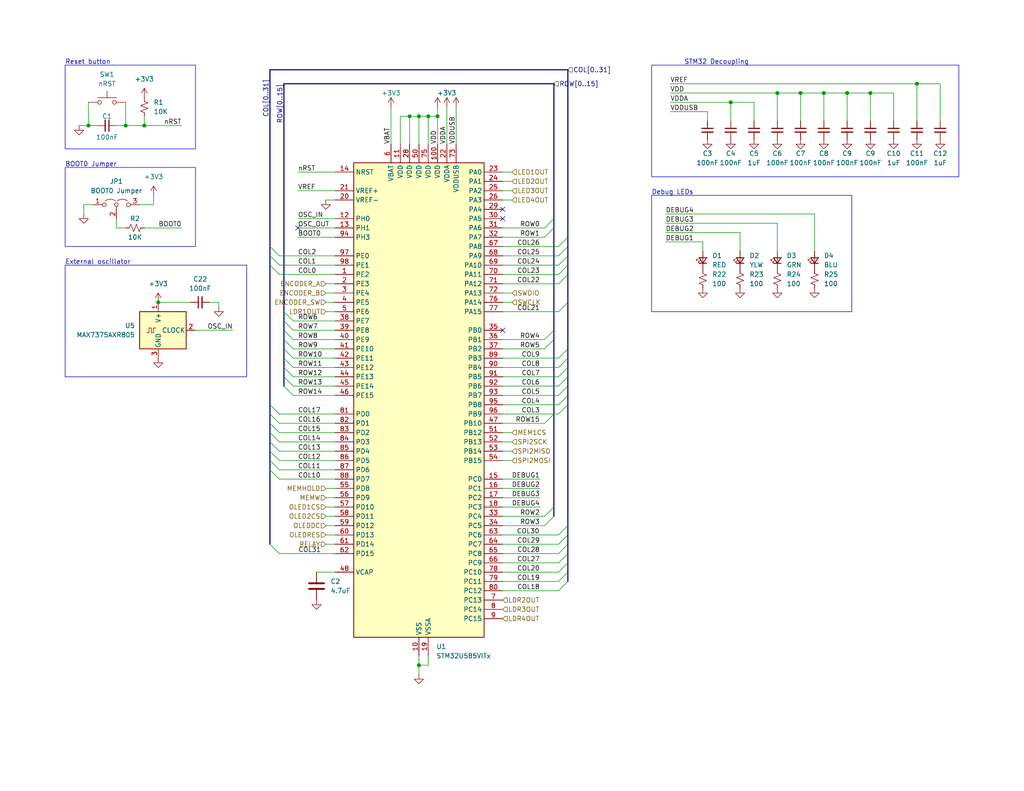
<source format=kicad_sch>
(kicad_sch (version 20230121) (generator eeschema)
  (paper "USLetter")
  (title_block (title "STM32") (date "2023-09-17") (rev "A") (company "ECE 477"))
  (lib_symbols
    (symbol "Device:C" (pin_numbers hide) (pin_names (offset 0.254))
      (property "Reference" "C" (at 0.635 2.54 0))
      (property "Value" "C" (at 0.635 -2.54 0))
      (symbol "C_0_1"
        (polyline (pts (xy -2.032 -0.762) (xy 2.032 -0.762)) (stroke (width 0.508)))
        (polyline (pts (xy -2.032 0.762) (xy 2.032 0.762)) (stroke (width 0.508)))
      )
      (symbol "C_1_1"
        (pin passive line (at 0 3.81 270) (length 2.794) (name "~") (number "1"))
        (pin passive line (at 0 -3.81 90) (length 2.794) (name "~") (number "2"))
      )
    )
    (symbol "Device:C_Small" (pin_numbers hide) (pin_names (offset 0.254) hide)
      (property "Reference" "C" (at 0.254 1.778 0))
      (property "Value" "C_Small" (at 0.254 -2.032 0))
      (symbol "C_Small_0_1"
        (polyline (pts (xy -1.524 -0.508) (xy 1.524 -0.508)) (stroke (width 0.3302)))
        (polyline (pts (xy -1.524 0.508) (xy 1.524 0.508)) (stroke (width 0.3048)))
      )
      (symbol "C_Small_1_1"
        (pin passive line (at 0 2.54 270) (length 2.032) (name "~") (number "1"))
        (pin passive line (at 0 -2.54 90) (length 2.032) (name "~") (number "2"))
      )
    )
    (symbol "Device:LED_Small" (pin_numbers hide) (pin_names (offset 0.254) hide)
      (property "Reference" "D" (at -1.27 3.175 0))
      (property "Value" "LED_Small" (at -4.445 -2.54 0))
      (symbol "LED_Small_0_1"
        (polyline (pts (xy -0.762 -1.016) (xy -0.762 1.016)) (stroke (width 0.254)))
        (polyline (pts (xy 1.016 0) (xy -0.762 0)))
        (polyline (pts (xy 0.762 -1.016) (xy -0.762 0) (xy 0.762 1.016) (xy 0.762 -1.016)) (stroke (width 0.254)))
        (polyline (pts (xy 0 0.762) (xy -0.508 1.27) (xy -0.254 1.27) (xy -0.508 1.27) (xy -0.508 1.016)))
        (polyline (pts (xy 0.508 1.27) (xy 0 1.778) (xy 0.254 1.778) (xy 0 1.778) (xy 0 1.524)))
      )
      (symbol "LED_Small_1_1"
        (pin passive line (at -2.54 0 0) (length 1.778) (name "K") (number "1"))
        (pin passive line (at 2.54 0 180) (length 1.778) (name "A") (number "2"))
      )
    )
    (symbol "Device:R_Small_US" (pin_numbers hide) (pin_names (offset 0.254) hide)
      (property "Reference" "R" (at 0.762 0.508 0))
      (property "Value" "R_Small_US" (at 0.762 -1.016 0))
      (symbol "R_Small_US_1_1"
        (polyline (pts (xy 0 0) (xy 1.016 -0.381) (xy 0 -0.762) (xy -1.016 -1.143) (xy 0 -1.524)))
        (polyline (pts (xy 0 1.524) (xy 1.016 1.143) (xy 0 0.762) (xy -1.016 0.381) (xy 0 0)))
        (pin passive line (at 0 2.54 270) (length 1.016) (name "~") (number "1"))
        (pin passive line (at 0 -2.54 90) (length 1.016) (name "~") (number "2"))
      )
    )
    (symbol "Jumper:Jumper_3_Open" (pin_names (offset 0) hide)
      (property "Reference" "JP" (at -2.54 -2.54 0))
      (property "Value" "Jumper_3_Open" (at 0 2.794 0))
      (symbol "Jumper_3_Open_0_0"
        (circle (center -3.302 0) (radius 0.508))
        (circle (center 0 0) (radius 0.508))
        (circle (center 3.302 0) (radius 0.508))
      )
      (symbol "Jumper_3_Open_0_1"
        (arc (start -0.254 1.016) (mid -1.651 1.4992) (end -3.048 1.016))
        (polyline (pts (xy 0 -0.508) (xy 0 -1.27)))
        (arc (start 3.048 1.016) (mid 1.651 1.4992) (end 0.254 1.016))
      )
      (symbol "Jumper_3_Open_1_1"
        (pin passive line (at -6.35 0 0) (length 2.54) (name "A") (number "1"))
        (pin passive line (at 0 -3.81 90) (length 2.54) (name "C") (number "2"))
        (pin passive line (at 6.35 0 180) (length 2.54) (name "B") (number "3"))
      )
    )
    (symbol "MCU_ST_STM32U5:STM32U585VITx"
      (property "Reference" "U" (at -17.78 67.31 0))
      (property "Value" "STM32U585VITx" (at 12.7 67.31 0))
      (symbol "STM32U585VITx_0_1"
        (rectangle (start -17.78 -63.5) (end 17.78 66.04) (stroke (width 0.254)) (fill (type background)))
      )
      (symbol "STM32U585VITx_1_1"
        (pin bidirectional line (at -22.86 35.56 0) (length 5.08) (name "PE2") (number "1"))
        (pin power_in line (at 0 -68.58 90) (length 5.08) (name "VSS") (number "10"))
        (pin power_in line (at 5.08 71.12 270) (length 5.08) (name "VDD") (number "100"))
        (pin power_in line (at -5.08 71.12 270) (length 5.08) (name "VDD") (number "11"))
        (pin bidirectional line (at -22.86 50.8 0) (length 5.08) (name "PH0") (number "12"))
        (pin bidirectional line (at -22.86 48.26 0) (length 5.08) (name "PH1") (number "13"))
        (pin input line (at -22.86 63.5 0) (length 5.08) (name "NRST") (number "14"))
        (pin bidirectional line (at 22.86 -20.32 180) (length 5.08) (name "PC0") (number "15"))
        (pin bidirectional line (at 22.86 -22.86 180) (length 5.08) (name "PC1") (number "16"))
        (pin bidirectional line (at 22.86 -25.4 180) (length 5.08) (name "PC2") (number "17"))
        (pin bidirectional line (at 22.86 -27.94 180) (length 5.08) (name "PC3") (number "18"))
        (pin power_in line (at 2.54 -68.58 90) (length 5.08) (name "VSSA") (number "19"))
        (pin bidirectional line (at -22.86 33.02 0) (length 5.08) (name "PE3") (number "2"))
        (pin input line (at -22.86 55.88 0) (length 5.08) (name "VREF-") (number "20"))
        (pin input line (at -22.86 58.42 0) (length 5.08) (name "VREF+") (number "21"))
        (pin power_in line (at 7.62 71.12 270) (length 5.08) (name "VDDA") (number "22"))
        (pin bidirectional line (at 22.86 63.5 180) (length 5.08) (name "PA0") (number "23"))
        (pin bidirectional line (at 22.86 60.96 180) (length 5.08) (name "PA1") (number "24"))
        (pin bidirectional line (at 22.86 58.42 180) (length 5.08) (name "PA2") (number "25"))
        (pin bidirectional line (at 22.86 55.88 180) (length 5.08) (name "PA3") (number "26"))
        (pin passive line (at 0 -68.58 90) (length 5.08) hide (name "VSS") (number "27"))
        (pin power_in line (at -2.54 71.12 270) (length 5.08) (name "VDD") (number "28"))
        (pin bidirectional line (at 22.86 53.34 180) (length 5.08) (name "PA4") (number "29"))
        (pin bidirectional line (at -22.86 30.48 0) (length 5.08) (name "PE4") (number "3"))
        (pin bidirectional line (at 22.86 50.8 180) (length 5.08) (name "PA5") (number "30"))
        (pin bidirectional line (at 22.86 48.26 180) (length 5.08) (name "PA6") (number "31"))
        (pin bidirectional line (at 22.86 45.72 180) (length 5.08) (name "PA7") (number "32"))
        (pin bidirectional line (at 22.86 -30.48 180) (length 5.08) (name "PC4") (number "33"))
        (pin bidirectional line (at 22.86 -33.02 180) (length 5.08) (name "PC5") (number "34"))
        (pin bidirectional line (at 22.86 20.32 180) (length 5.08) (name "PB0") (number "35"))
        (pin bidirectional line (at 22.86 17.78 180) (length 5.08) (name "PB1") (number "36"))
        (pin bidirectional line (at 22.86 15.24 180) (length 5.08) (name "PB2") (number "37"))
        (pin bidirectional line (at -22.86 22.86 0) (length 5.08) (name "PE7") (number "38"))
        (pin bidirectional line (at -22.86 20.32 0) (length 5.08) (name "PE8") (number "39"))
        (pin bidirectional line (at -22.86 27.94 0) (length 5.08) (name "PE5") (number "4"))
        (pin bidirectional line (at -22.86 17.78 0) (length 5.08) (name "PE9") (number "40"))
        (pin bidirectional line (at -22.86 15.24 0) (length 5.08) (name "PE10") (number "41"))
        (pin bidirectional line (at -22.86 12.7 0) (length 5.08) (name "PE11") (number "42"))
        (pin bidirectional line (at -22.86 10.16 0) (length 5.08) (name "PE12") (number "43"))
        (pin bidirectional line (at -22.86 7.62 0) (length 5.08) (name "PE13") (number "44"))
        (pin bidirectional line (at -22.86 5.08 0) (length 5.08) (name "PE14") (number "45"))
        (pin bidirectional line (at -22.86 2.54 0) (length 5.08) (name "PE15") (number "46"))
        (pin bidirectional line (at 22.86 -5.08 180) (length 5.08) (name "PB10") (number "47"))
        (pin power_out line (at -22.86 -45.72 0) (length 5.08) (name "VCAP") (number "48"))
        (pin passive line (at 0 -68.58 90) (length 5.08) hide (name "VSS") (number "49"))
        (pin bidirectional line (at -22.86 25.4 0) (length 5.08) (name "PE6") (number "5"))
        (pin power_in line (at 0 71.12 270) (length 5.08) (name "VDD") (number "50"))
        (pin bidirectional line (at 22.86 -7.62 180) (length 5.08) (name "PB12") (number "51"))
        (pin bidirectional line (at 22.86 -10.16 180) (length 5.08) (name "PB13") (number "52"))
        (pin bidirectional line (at 22.86 -12.7 180) (length 5.08) (name "PB14") (number "53"))
        (pin bidirectional line (at 22.86 -15.24 180) (length 5.08) (name "PB15") (number "54"))
        (pin bidirectional line (at -22.86 -22.86 0) (length 5.08) (name "PD8") (number "55"))
        (pin bidirectional line (at -22.86 -25.4 0) (length 5.08) (name "PD9") (number "56"))
        (pin bidirectional line (at -22.86 -27.94 0) (length 5.08) (name "PD10") (number "57"))
        (pin bidirectional line (at -22.86 -30.48 0) (length 5.08) (name "PD11") (number "58"))
        (pin bidirectional line (at -22.86 -33.02 0) (length 5.08) (name "PD12") (number "59"))
        (pin power_in line (at -7.62 71.12 270) (length 5.08) (name "VBAT") (number "6"))
        (pin bidirectional line (at -22.86 -35.56 0) (length 5.08) (name "PD13") (number "60"))
        (pin bidirectional line (at -22.86 -38.1 0) (length 5.08) (name "PD14") (number "61"))
        (pin bidirectional line (at -22.86 -40.64 0) (length 5.08) (name "PD15") (number "62"))
        (pin bidirectional line (at 22.86 -35.56 180) (length 5.08) (name "PC6") (number "63"))
        (pin bidirectional line (at 22.86 -38.1 180) (length 5.08) (name "PC7") (number "64"))
        (pin bidirectional line (at 22.86 -40.64 180) (length 5.08) (name "PC8") (number "65"))
        (pin bidirectional line (at 22.86 -43.18 180) (length 5.08) (name "PC9") (number "66"))
        (pin bidirectional line (at 22.86 43.18 180) (length 5.08) (name "PA8") (number "67"))
        (pin bidirectional line (at 22.86 40.64 180) (length 5.08) (name "PA9") (number "68"))
        (pin bidirectional line (at 22.86 38.1 180) (length 5.08) (name "PA10") (number "69"))
        (pin bidirectional line (at 22.86 -53.34 180) (length 5.08) (name "PC13") (number "7"))
        (pin bidirectional line (at 22.86 35.56 180) (length 5.08) (name "PA11") (number "70"))
        (pin bidirectional line (at 22.86 33.02 180) (length 5.08) (name "PA12") (number "71"))
        (pin bidirectional line (at 22.86 30.48 180) (length 5.08) (name "PA13") (number "72"))
        (pin power_in line (at 10.16 71.12 270) (length 5.08) (name "VDDUSB") (number "73"))
        (pin passive line (at 0 -68.58 90) (length 5.08) hide (name "VSS") (number "74"))
        (pin power_in line (at 2.54 71.12 270) (length 5.08) (name "VDD") (number "75"))
        (pin bidirectional line (at 22.86 27.94 180) (length 5.08) (name "PA14") (number "76"))
        (pin bidirectional line (at 22.86 25.4 180) (length 5.08) (name "PA15") (number "77"))
        (pin bidirectional line (at 22.86 -45.72 180) (length 5.08) (name "PC10") (number "78"))
        (pin bidirectional line (at 22.86 -48.26 180) (length 5.08) (name "PC11") (number "79"))
        (pin bidirectional line (at 22.86 -55.88 180) (length 5.08) (name "PC14") (number "8"))
        (pin bidirectional line (at 22.86 -50.8 180) (length 5.08) (name "PC12") (number "80"))
        (pin bidirectional line (at -22.86 -2.54 0) (length 5.08) (name "PD0") (number "81"))
        (pin bidirectional line (at -22.86 -5.08 0) (length 5.08) (name "PD1") (number "82"))
        (pin bidirectional line (at -22.86 -7.62 0) (length 5.08) (name "PD2") (number "83"))
        (pin bidirectional line (at -22.86 -10.16 0) (length 5.08) (name "PD3") (number "84"))
        (pin bidirectional line (at -22.86 -12.7 0) (length 5.08) (name "PD4") (number "85"))
        (pin bidirectional line (at -22.86 -15.24 0) (length 5.08) (name "PD5") (number "86"))
        (pin bidirectional line (at -22.86 -17.78 0) (length 5.08) (name "PD6") (number "87"))
        (pin bidirectional line (at -22.86 -20.32 0) (length 5.08) (name "PD7") (number "88"))
        (pin bidirectional line (at 22.86 12.7 180) (length 5.08) (name "PB3") (number "89"))
        (pin bidirectional line (at 22.86 -58.42 180) (length 5.08) (name "PC15") (number "9"))
        (pin bidirectional line (at 22.86 10.16 180) (length 5.08) (name "PB4") (number "90"))
        (pin bidirectional line (at 22.86 7.62 180) (length 5.08) (name "PB5") (number "91"))
        (pin bidirectional line (at 22.86 5.08 180) (length 5.08) (name "PB6") (number "92"))
        (pin bidirectional line (at 22.86 2.54 180) (length 5.08) (name "PB7") (number "93"))
        (pin bidirectional line (at -22.86 45.72 0) (length 5.08) (name "PH3") (number "94"))
        (pin bidirectional line (at 22.86 0 180) (length 5.08) (name "PB8") (number "95"))
        (pin bidirectional line (at 22.86 -2.54 180) (length 5.08) (name "PB9") (number "96"))
        (pin bidirectional line (at -22.86 40.64 0) (length 5.08) (name "PE0") (number "97"))
        (pin bidirectional line (at -22.86 38.1 0) (length 5.08) (name "PE1") (number "98"))
        (pin passive line (at 0 -68.58 90) (length 5.08) hide (name "VSS") (number "99"))
      )
    )
    (symbol "Oscillator:MAX7375AXR805" (pin_names (offset 0.254))
      (property "Reference" "U" (at -2.54 6.35 0))
      (property "Value" "MAX7375AXR805" (at 1.27 -6.35 0))
      (symbol "MAX7375AXR805_0_1"
        (rectangle (start -5.08 5.08) (end 7.62 -5.08) (stroke (width 0.254)) (fill (type background)))
        (polyline (pts (xy -3.175 -0.635) (xy -2.54 -0.635) (xy -2.54 0.635) (xy -1.905 0.635) (xy -1.905 -0.635) (xy -1.27 -0.635) (xy -1.27 0.635) (xy -0.635 0.635)))
      )
      (symbol "MAX7375AXR805_1_1"
        (pin power_in line (at 0 7.62 270) (length 2.54) (name "V+") (number "1"))
        (pin output line (at 10.16 0 180) (length 2.54) (name "CLOCK") (number "2"))
        (pin power_in line (at 0 -7.62 90) (length 2.54) (name "GND") (number "3"))
      )
    )
    (symbol "Switch:SW_Push" (pin_numbers hide) (pin_names (offset 1.016) hide)
      (property "Reference" "SW" (at 1.27 2.54 0))
      (property "Value" "SW_Push" (at 0 -1.524 0))
      (symbol "SW_Push_0_1"
        (circle (center -2.032 0) (radius 0.508))
        (polyline (pts (xy 0 1.27) (xy 0 3.048)))
        (polyline (pts (xy 2.54 1.27) (xy -2.54 1.27)))
        (circle (center 2.032 0) (radius 0.508))
        (pin passive line (at -5.08 0 0) (length 2.54) (name "1") (number "1"))
        (pin passive line (at 5.08 0 180) (length 2.54) (name "2") (number "2"))
      )
    )
    (symbol "power:+3V3" (power) (pin_names (offset 0))
      (property "Value" "+3V3" (at 0 3.556 0))
      (symbol "+3V3_0_1"
        (polyline (pts (xy -0.762 1.27) (xy 0 2.54)))
        (polyline (pts (xy 0 0) (xy 0 2.54)))
        (polyline (pts (xy 0 2.54) (xy 0.762 1.27)))
      )
      (symbol "+3V3_1_1"
        (pin power_in line (at 0 0 90) (length 0) hide (name "+3V3") (number "1"))
      )
    )
    (symbol "power:GND" (power) (pin_names (offset 0))
      (property "Value" "GND" (at 0 -3.81 0))
      (symbol "GND_0_1"
        (polyline (pts (xy 0 0) (xy 0 -1.27) (xy 1.27 -1.27) (xy 0 -2.54) (xy -1.27 -1.27) (xy 0 -1.27)))
      )
      (symbol "GND_1_1"
        (pin power_in line (at 0 0 270) (length 0) hide (name "GND") (number "1"))
      )
    )
  )
  (junction (at 237.49 25.4))
  (junction (at 39.37 34.29))
  (junction (at 231.14 25.4))
  (junction (at 250.19 22.86))
  (junction (at 43.18 82.55))
  (junction (at 24.13 34.29))
  (junction (at 111.76 31.75))
  (junction (at 34.29 34.29))
  (junction (at 114.3 181.61))
  (junction (at 224.79 25.4))
  (junction (at 119.38 31.75))
  (junction (at 212.09 25.4))
  (junction (at 199.39 27.94))
  (junction (at 116.84 31.75))
  (junction (at 218.44 25.4))
  (junction (at 114.3 31.75))
  (no_connect (at 137.16 57.15))
  (no_connect (at 137.16 59.69))
  (no_connect (at 81.28 62.23))
  (no_connect (at 137.16 90.17))
  (bus_entry (at 73.66 128.27) (size 2.54 2.54))
  (bus_entry (at 73.66 72.39) (size 2.54 2.54))
  (bus_entry (at 73.66 67.31) (size 2.54 2.54))
  (bus_entry (at 151.13 92.71) (size -2.54 2.54))
  (bus_entry (at 77.47 105.41) (size 2.54 2.54))
  (bus_entry (at 151.13 90.17) (size -2.54 2.54))
  (bus_entry (at 73.66 148.59) (size 2.54 2.54))
  (bus_entry (at 73.66 115.57) (size 2.54 2.54))
  (bus_entry (at 154.94 74.93) (size -2.54 2.54))
  (bus_entry (at 77.47 102.87) (size 2.54 2.54))
  (bus_entry (at 154.94 102.87) (size -2.54 2.54))
  (bus_entry (at 154.94 107.95) (size -2.54 2.54))
  (bus_entry (at 154.94 151.13) (size -2.54 2.54))
  (bus_entry (at 154.94 110.49) (size -2.54 2.54))
  (bus_entry (at 151.13 59.69) (size -2.54 2.54))
  (bus_entry (at 154.94 67.31) (size -2.54 2.54))
  (bus_entry (at 151.13 138.43) (size -2.54 2.54))
  (bus_entry (at 154.94 95.25) (size -2.54 2.54))
  (bus_entry (at 77.47 87.63) (size 2.54 2.54))
  (bus_entry (at 77.47 85.09) (size 2.54 2.54))
  (bus_entry (at 151.13 113.03) (size -2.54 2.54))
  (bus_entry (at 154.94 64.77) (size -2.54 2.54))
  (bus_entry (at 154.94 146.05) (size -2.54 2.54))
  (bus_entry (at 154.94 100.33) (size -2.54 2.54))
  (bus_entry (at 77.47 95.25) (size 2.54 2.54))
  (bus_entry (at 154.94 156.21) (size -2.54 2.54))
  (bus_entry (at 154.94 82.55) (size -2.54 2.54))
  (bus_entry (at 151.13 140.97) (size -2.54 2.54))
  (bus_entry (at 73.66 125.73) (size 2.54 2.54))
  (bus_entry (at 154.94 143.51) (size -2.54 2.54))
  (bus_entry (at 154.94 158.75) (size -2.54 2.54))
  (bus_entry (at 154.94 105.41) (size -2.54 2.54))
  (bus_entry (at 154.94 69.85) (size -2.54 2.54))
  (bus_entry (at 77.47 97.79) (size 2.54 2.54))
  (bus_entry (at 73.66 69.85) (size 2.54 2.54))
  (bus_entry (at 154.94 153.67) (size -2.54 2.54))
  (bus_entry (at 73.66 118.11) (size 2.54 2.54))
  (bus_entry (at 151.13 62.23) (size -2.54 2.54))
  (bus_entry (at 154.94 72.39) (size -2.54 2.54))
  (bus_entry (at 154.94 148.59) (size -2.54 2.54))
  (bus_entry (at 73.66 120.65) (size 2.54 2.54))
  (bus_entry (at 73.66 123.19) (size 2.54 2.54))
  (bus_entry (at 154.94 97.79) (size -2.54 2.54))
  (bus_entry (at 73.66 113.03) (size 2.54 2.54))
  (bus_entry (at 77.47 90.17) (size 2.54 2.54))
  (bus_entry (at 77.47 100.33) (size 2.54 2.54))
  (bus_entry (at 77.47 92.71) (size 2.54 2.54))
  (bus_entry (at 73.66 110.49) (size 2.54 2.54))
  (wire (pts (xy 76.2 69.85) (xy 91.44 69.85)))
  (bus (pts (xy 151.13 90.17) (xy 151.13 92.71)))
  (wire (pts (xy 81.28 62.23) (xy 91.44 62.23)))
  (bus (pts (xy 154.94 67.31) (xy 154.94 69.85)))
  (wire (pts (xy 137.16 140.97) (xy 148.59 140.97)))
  (wire (pts (xy 88.9 148.59) (xy 91.44 148.59)))
  (bus (pts (xy 151.13 113.03) (xy 151.13 138.43)))
  (wire (pts (xy 53.34 90.17) (xy 63.5 90.17)))
  (wire (pts (xy 88.9 85.09) (xy 91.44 85.09)))
  (wire (pts (xy 81.28 52.07) (xy 91.44 52.07)))
  (bus (pts (xy 77.47 97.79) (xy 77.47 100.33)))
  (bus (pts (xy 154.94 64.77) (xy 154.94 67.31)))
  (wire (pts (xy 116.84 31.75) (xy 119.38 31.75)))
  (wire (pts (xy 137.16 74.93) (xy 152.4 74.93)))
  (wire (pts (xy 137.16 52.07) (xy 139.7 52.07)))
  (bus (pts (xy 73.66 72.39) (xy 73.66 110.49)))
  (wire (pts (xy 137.16 69.85) (xy 152.4 69.85)))
  (wire (pts (xy 76.2 118.11) (xy 91.44 118.11)))
  (wire (pts (xy 137.16 130.81) (xy 147.32 130.81)))
  (wire (pts (xy 114.3 31.75) (xy 114.3 39.37)))
  (bus (pts (xy 154.94 148.59) (xy 154.94 151.13)))
  (wire (pts (xy 124.46 29.21) (xy 124.46 39.37)))
  (bus (pts (xy 73.66 67.31) (xy 73.66 69.85)))
  (bus (pts (xy 154.94 105.41) (xy 154.94 107.95)))
  (wire (pts (xy 39.37 62.23) (xy 49.53 62.23)))
  (bus (pts (xy 154.94 102.87) (xy 154.94 105.41)))
  (wire (pts (xy 137.16 64.77) (xy 148.59 64.77)))
  (wire (pts (xy 218.44 25.4) (xy 218.44 33.02)))
  (wire (pts (xy 88.9 135.89) (xy 91.44 135.89)))
  (wire (pts (xy 43.18 82.55) (xy 52.07 82.55)))
  (wire (pts (xy 80.01 100.33) (xy 91.44 100.33)))
  (bus (pts (xy 154.94 153.67) (xy 154.94 156.21)))
  (bus (pts (xy 73.66 69.85) (xy 73.66 72.39)))
  (wire (pts (xy 137.16 85.09) (xy 152.4 85.09)))
  (wire (pts (xy 88.9 133.35) (xy 91.44 133.35)))
  (wire (pts (xy 31.75 34.29) (xy 34.29 34.29)))
  (wire (pts (xy 109.22 31.75) (xy 111.76 31.75)))
  (wire (pts (xy 76.2 74.93) (xy 91.44 74.93)))
  (wire (pts (xy 218.44 25.4) (xy 224.79 25.4)))
  (bus (pts (xy 154.94 107.95) (xy 154.94 110.49)))
  (wire (pts (xy 81.28 64.77) (xy 91.44 64.77)))
  (wire (pts (xy 24.13 34.29) (xy 26.67 34.29)))
  (wire (pts (xy 231.14 25.4) (xy 237.49 25.4)))
  (wire (pts (xy 137.16 92.71) (xy 148.59 92.71)))
  (bus (pts (xy 151.13 59.69) (xy 151.13 62.23)))
  (wire (pts (xy 121.92 29.21) (xy 121.92 39.37)))
  (bus (pts (xy 77.47 22.86) (xy 151.13 22.86)))
  (bus (pts (xy 77.47 100.33) (xy 77.47 102.87)))
  (wire (pts (xy 76.2 125.73) (xy 91.44 125.73)))
  (wire (pts (xy 88.9 138.43) (xy 91.44 138.43)))
  (wire (pts (xy 81.28 59.69) (xy 91.44 59.69)))
  (wire (pts (xy 137.16 161.29) (xy 152.4 161.29)))
  (wire (pts (xy 137.16 49.53) (xy 139.7 49.53)))
  (bus (pts (xy 73.66 113.03) (xy 73.66 115.57)))
  (wire (pts (xy 76.2 72.39) (xy 91.44 72.39)))
  (bus (pts (xy 73.66 118.11) (xy 73.66 120.65)))
  (wire (pts (xy 76.2 113.03) (xy 91.44 113.03)))
  (wire (pts (xy 182.88 25.4) (xy 212.09 25.4)))
  (wire (pts (xy 76.2 151.13) (xy 91.44 151.13)))
  (wire (pts (xy 86.36 156.21) (xy 91.44 156.21)))
  (wire (pts (xy 182.88 27.94) (xy 199.39 27.94)))
  (wire (pts (xy 22.86 55.88) (xy 25.4 55.88)))
  (wire (pts (xy 243.84 25.4) (xy 243.84 33.02)))
  (bus (pts (xy 77.47 87.63) (xy 77.47 90.17)))
  (bus (pts (xy 73.66 115.57) (xy 73.66 118.11)))
  (wire (pts (xy 137.16 102.87) (xy 152.4 102.87)))
  (wire (pts (xy 34.29 34.29) (xy 39.37 34.29)))
  (wire (pts (xy 181.61 66.04) (xy 191.77 66.04)))
  (bus (pts (xy 154.94 95.25) (xy 154.94 97.79)))
  (wire (pts (xy 137.16 143.51) (xy 148.59 143.51)))
  (wire (pts (xy 114.3 181.61) (xy 116.84 181.61)))
  (wire (pts (xy 137.16 105.41) (xy 152.4 105.41)))
  (wire (pts (xy 250.19 33.02) (xy 250.19 22.86)))
  (wire (pts (xy 80.01 107.95) (xy 91.44 107.95)))
  (wire (pts (xy 39.37 34.29) (xy 49.53 34.29)))
  (bus (pts (xy 151.13 62.23) (xy 151.13 90.17)))
  (wire (pts (xy 59.69 82.55) (xy 57.15 82.55)))
  (wire (pts (xy 137.16 123.19) (xy 139.7 123.19)))
  (wire (pts (xy 137.16 120.65) (xy 139.7 120.65)))
  (bus (pts (xy 77.47 95.25) (xy 77.47 97.79)))
  (wire (pts (xy 250.19 22.86) (xy 256.54 22.86)))
  (wire (pts (xy 31.75 59.69) (xy 31.75 62.23)))
  (wire (pts (xy 39.37 31.75) (xy 39.37 34.29)))
  (wire (pts (xy 201.93 63.5) (xy 201.93 68.58)))
  (wire (pts (xy 137.16 95.25) (xy 148.59 95.25)))
  (wire (pts (xy 106.68 29.21) (xy 106.68 39.37)))
  (wire (pts (xy 88.9 77.47) (xy 91.44 77.47)))
  (wire (pts (xy 80.01 97.79) (xy 91.44 97.79)))
  (wire (pts (xy 137.16 77.47) (xy 152.4 77.47)))
  (wire (pts (xy 21.59 34.29) (xy 24.13 34.29)))
  (wire (pts (xy 212.09 60.96) (xy 212.09 68.58)))
  (bus (pts (xy 77.47 22.86) (xy 77.47 85.09)))
  (wire (pts (xy 76.2 123.19) (xy 91.44 123.19)))
  (wire (pts (xy 137.16 54.61) (xy 139.7 54.61)))
  (bus (pts (xy 73.66 19.05) (xy 73.66 67.31)))
  (wire (pts (xy 114.3 31.75) (xy 116.84 31.75)))
  (wire (pts (xy 76.2 120.65) (xy 91.44 120.65)))
  (wire (pts (xy 193.04 33.02) (xy 193.04 30.48)))
  (wire (pts (xy 59.69 83.82) (xy 59.69 82.55)))
  (bus (pts (xy 154.94 110.49) (xy 154.94 143.51)))
  (wire (pts (xy 137.16 148.59) (xy 152.4 148.59)))
  (wire (pts (xy 80.01 105.41) (xy 91.44 105.41)))
  (bus (pts (xy 154.94 100.33) (xy 154.94 102.87)))
  (wire (pts (xy 116.84 181.61) (xy 116.84 179.07)))
  (wire (pts (xy 137.16 46.99) (xy 139.7 46.99)))
  (wire (pts (xy 137.16 138.43) (xy 147.32 138.43)))
  (wire (pts (xy 116.84 31.75) (xy 116.84 39.37)))
  (bus (pts (xy 73.66 19.05) (xy 154.94 19.05)))
  (wire (pts (xy 191.77 68.58) (xy 191.77 66.04)))
  (wire (pts (xy 80.01 102.87) (xy 91.44 102.87)))
  (wire (pts (xy 212.09 33.02) (xy 212.09 25.4)))
  (bus (pts (xy 73.66 128.27) (xy 73.66 148.59)))
  (wire (pts (xy 119.38 29.21) (xy 119.38 31.75)))
  (wire (pts (xy 181.61 63.5) (xy 201.93 63.5)))
  (wire (pts (xy 182.88 30.48) (xy 193.04 30.48)))
  (bus (pts (xy 151.13 22.86) (xy 151.13 59.69)))
  (bus (pts (xy 151.13 92.71) (xy 151.13 113.03)))
  (wire (pts (xy 24.13 27.94) (xy 24.13 34.29)))
  (bus (pts (xy 154.94 151.13) (xy 154.94 153.67)))
  (wire (pts (xy 137.16 125.73) (xy 139.7 125.73)))
  (wire (pts (xy 137.16 135.89) (xy 147.32 135.89)))
  (bus (pts (xy 154.94 97.79) (xy 154.94 100.33)))
  (wire (pts (xy 137.16 67.31) (xy 152.4 67.31)))
  (wire (pts (xy 224.79 25.4) (xy 224.79 33.02)))
  (wire (pts (xy 137.16 146.05) (xy 152.4 146.05)))
  (wire (pts (xy 199.39 27.94) (xy 205.74 27.94)))
  (wire (pts (xy 137.16 133.35) (xy 147.32 133.35)))
  (wire (pts (xy 88.9 140.97) (xy 91.44 140.97)))
  (wire (pts (xy 114.3 179.07) (xy 114.3 181.61)))
  (wire (pts (xy 80.01 90.17) (xy 91.44 90.17)))
  (wire (pts (xy 205.74 27.94) (xy 205.74 33.02)))
  (bus (pts (xy 73.66 125.73) (xy 73.66 128.27)))
  (wire (pts (xy 182.88 22.86) (xy 250.19 22.86)))
  (wire (pts (xy 41.91 53.34) (xy 41.91 55.88)))
  (wire (pts (xy 137.16 158.75) (xy 152.4 158.75)))
  (bus (pts (xy 154.94 82.55) (xy 154.94 95.25)))
  (wire (pts (xy 137.16 156.21) (xy 152.4 156.21)))
  (bus (pts (xy 154.94 69.85) (xy 154.94 72.39)))
  (wire (pts (xy 76.2 128.27) (xy 91.44 128.27)))
  (wire (pts (xy 41.91 55.88) (xy 38.1 55.88)))
  (bus (pts (xy 154.94 74.93) (xy 154.94 82.55)))
  (bus (pts (xy 77.47 102.87) (xy 77.47 105.41)))
  (bus (pts (xy 154.94 146.05) (xy 154.94 148.59)))
  (wire (pts (xy 34.29 27.94) (xy 34.29 34.29)))
  (wire (pts (xy 137.16 100.33) (xy 152.4 100.33)))
  (bus (pts (xy 154.94 143.51) (xy 154.94 146.05)))
  (wire (pts (xy 237.49 33.02) (xy 237.49 25.4)))
  (wire (pts (xy 111.76 31.75) (xy 114.3 31.75)))
  (wire (pts (xy 137.16 153.67) (xy 152.4 153.67)))
  (bus (pts (xy 73.66 120.65) (xy 73.66 123.19)))
  (wire (pts (xy 80.01 95.25) (xy 91.44 95.25)))
  (wire (pts (xy 151.13 113.03) (xy 152.4 113.03)))
  (wire (pts (xy 256.54 22.86) (xy 256.54 33.02)))
  (wire (pts (xy 88.9 82.55) (xy 91.44 82.55)))
  (wire (pts (xy 109.22 31.75) (xy 109.22 39.37)))
  (bus (pts (xy 77.47 90.17) (xy 77.47 92.71)))
  (wire (pts (xy 137.16 110.49) (xy 152.4 110.49)))
  (wire (pts (xy 137.16 118.11) (xy 139.7 118.11)))
  (wire (pts (xy 137.16 62.23) (xy 148.59 62.23)))
  (wire (pts (xy 88.9 80.01) (xy 91.44 80.01)))
  (bus (pts (xy 154.94 156.21) (xy 154.94 158.75)))
  (wire (pts (xy 199.39 27.94) (xy 199.39 33.02)))
  (wire (pts (xy 81.28 46.99) (xy 91.44 46.99)))
  (wire (pts (xy 111.76 31.75) (xy 111.76 39.37)))
  (wire (pts (xy 88.9 146.05) (xy 91.44 146.05)))
  (wire (pts (xy 137.16 97.79) (xy 152.4 97.79)))
  (wire (pts (xy 222.25 58.42) (xy 222.25 68.58)))
  (wire (pts (xy 231.14 25.4) (xy 224.79 25.4)))
  (wire (pts (xy 181.61 60.96) (xy 212.09 60.96)))
  (bus (pts (xy 77.47 85.09) (xy 77.47 87.63)))
  (wire (pts (xy 137.16 151.13) (xy 152.4 151.13)))
  (wire (pts (xy 137.16 115.57) (xy 148.59 115.57)))
  (wire (pts (xy 114.3 181.61) (xy 114.3 184.15)))
  (wire (pts (xy 80.01 87.63) (xy 91.44 87.63)))
  (wire (pts (xy 137.16 72.39) (xy 152.4 72.39)))
  (wire (pts (xy 119.38 31.75) (xy 119.38 39.37)))
  (wire (pts (xy 76.2 115.57) (xy 91.44 115.57)))
  (wire (pts (xy 88.9 143.51) (xy 91.44 143.51)))
  (wire (pts (xy 80.01 92.71) (xy 91.44 92.71)))
  (bus (pts (xy 154.94 72.39) (xy 154.94 74.93)))
  (bus (pts (xy 77.47 92.71) (xy 77.47 95.25)))
  (wire (pts (xy 231.14 33.02) (xy 231.14 25.4)))
  (wire (pts (xy 137.16 107.95) (xy 152.4 107.95)))
  (wire (pts (xy 137.16 82.55) (xy 139.7 82.55)))
  (wire (pts (xy 31.75 62.23) (xy 34.29 62.23)))
  (wire (pts (xy 181.61 58.42) (xy 222.25 58.42)))
  (wire (pts (xy 88.9 54.61) (xy 91.44 54.61)))
  (bus (pts (xy 73.66 123.19) (xy 73.66 125.73)))
  (bus (pts (xy 151.13 138.43) (xy 151.13 140.97)))
  (bus (pts (xy 73.66 110.49) (xy 73.66 113.03)))
  (wire (pts (xy 237.49 25.4) (xy 243.84 25.4)))
  (wire (pts (xy 76.2 130.81) (xy 91.44 130.81)))
  (bus (pts (xy 154.94 19.05) (xy 154.94 64.77)))
  (wire (pts (xy 137.16 113.03) (xy 151.13 113.03)))
  (wire (pts (xy 212.09 25.4) (xy 218.44 25.4)))
  (wire (pts (xy 137.16 80.01) (xy 139.7 80.01)))
  (wire (pts (xy 22.86 55.88) (xy 22.86 58.42)))
  (rectangle (start 177.8 53.34) (end 232.41 85.09))
  (rectangle (start 17.78 45.72) (end 53.34 67.31))
  (rectangle (start 17.78 17.78) (end 53.34 40.64))
  (rectangle (start 177.8 17.78) (end 261.62 48.26))
  (rectangle (start 17.78 72.39) (end 67.31 102.87))
  (text "Reset button" (at 17.78 17.78 0) (effects (font (size 1.27 1.27)) (justify left bottom)))
  (text "External oscillator" (at 17.78 72.39 0) (effects (font (size 1.27 1.27)) (justify left bottom)))
  (text "BOOT0 Jumper" (at 17.78 45.72 0) (effects (font (size 1.27 1.27)) (justify left bottom)))
  (text "STM32 Decoupling" (at 186.69 17.78 0) (effects (font (size 1.27 1.27)) (justify left bottom)))
  (text "Debug LEDs" (at 177.8 53.34 0) (effects (font (size 1.27 1.27)) (justify left bottom)))
  (label "VDDUSB" (at 124.46 39.37 90))
  (label "ROW2" (at 147.32 140.97 180))
  (label "DEBUG2" (at 147.32 133.35 180))
  (label "OSC_IN" (at 63.5 90.17 180))
  (label "COL30" (at 140.97 146.05 0))
  (label "ROW12" (at 81.28 102.87 0))
  (label "COL15" (at 81.28 118.11 0))
  (label "ROW11" (at 81.28 100.33 0))
  (label "VDDUSB" (at 182.88 30.48 0))
  (label "ROW9" (at 81.28 95.25 0))
  (label "VDDA" (at 121.92 39.37 90))
  (label "COL1" (at 81.28 72.39 0))
  (label "COL21" (at 147.32 85.09 180))
  (label "COL14" (at 81.28 120.65 0))
  (label "COL25" (at 147.32 69.85 180))
  (label "COL12" (at 81.28 125.73 0))
  (label "VREF" (at 182.88 22.86 0))
  (label "COL20" (at 147.32 156.21 180))
  (label "nRST" (at 81.28 46.99 0))
  (label "ROW14" (at 81.28 107.95 0))
  (label "COL17" (at 81.28 113.03 0))
  (label "DEBUG3" (at 181.61 60.96 0))
  (label "COL24" (at 147.32 72.39 180))
  (label "COL28" (at 147.32 151.13 180))
  (label "COL13" (at 81.28 123.19 0))
  (label "VDDA" (at 182.88 27.94 0))
  (label "VDD" (at 119.38 39.37 90))
  (label "ROW3" (at 147.32 143.51 180))
  (label "DEBUG3" (at 147.32 135.89 180))
  (label "ROW0" (at 147.32 62.23 180))
  (label "DEBUG4" (at 147.32 138.43 180))
  (label "COL29" (at 147.32 148.59 180))
  (label "ROW13" (at 81.28 105.41 0))
  (label "COL7" (at 147.32 102.87 180))
  (label "ROW[0..15]" (at 77.47 22.86 270))
  (label "COL23" (at 147.32 74.93 180))
  (label "VBAT" (at 106.68 39.37 90))
  (label "DEBUG1" (at 147.32 130.81 180))
  (label "VREF" (at 81.28 52.07 0))
  (label "ROW5" (at 147.32 95.25 180))
  (label "ROW6" (at 81.28 87.63 0))
  (label "COL[0..31]" (at 73.66 21.59 270))
  (label "COL11" (at 81.28 128.27 0))
  (label "COL19" (at 147.32 158.75 180))
  (label "ROW10" (at 81.28 97.79 0))
  (label "COL5" (at 147.32 107.95 180))
  (label "COL31" (at 87.63 151.13 180))
  (label "COL26" (at 147.32 67.31 180))
  (label "BOOT0" (at 49.53 62.23 180))
  (label "COL16" (at 81.28 115.57 0))
  (label "COL0" (at 81.28 74.93 0))
  (label "OSC_OUT" (at 81.28 62.23 0))
  (label "VDD" (at 182.88 25.4 0))
  (label "COL4" (at 147.32 110.49 180))
  (label "ROW1" (at 147.32 64.77 180))
  (label "COL22" (at 147.32 77.47 180))
  (label "OSC_IN" (at 81.28 59.69 0))
  (label "COL9" (at 147.32 97.79 180))
  (label "COL2" (at 81.28 69.85 0))
  (label "nRST" (at 49.53 34.29 180))
  (label "ROW7" (at 81.28 90.17 0))
  (label "ROW8" (at 81.28 92.71 0))
  (label "COL6" (at 147.32 105.41 180))
  (label "DEBUG2" (at 181.61 63.5 0))
  (label "DEBUG4" (at 181.61 58.42 0))
  (label "ROW4" (at 147.32 92.71 180))
  (label "ROW15" (at 147.32 115.57 180))
  (label "COL10" (at 81.28 130.81 0))
  (label "COL8" (at 147.32 100.33 180))
  (label "BOOT0" (at 81.28 64.77 0))
  (label "COL27" (at 147.32 153.67 180))
  (label "DEBUG1" (at 181.61 66.04 0))
  (label "COL18" (at 147.32 161.29 180))
  (label "COL3" (at 147.32 113.03 180))
  (hierarchical_label "ENCODER_A" (shape input) (at 88.9 77.47 180))
  (hierarchical_label "LDR3OUT" (shape input) (at 137.16 166.37 0))
  (hierarchical_label "LDR4OUT" (shape input) (at 137.16 168.91 0))
  (hierarchical_label "SWDIO" (shape input) (at 139.7 80.01 0))
  (hierarchical_label "SPI2MISO" (shape input) (at 139.7 123.19 0))
  (hierarchical_label "SWCLK" (shape input) (at 139.7 82.55 0))
  (hierarchical_label "RELAY" (shape input) (at 88.9 148.59 180))
  (hierarchical_label "COL[0..31]" (shape input) (at 154.94 19.05 0))
  (hierarchical_label "LED1OUT" (shape input) (at 139.7 46.99 0))
  (hierarchical_label "MEMW" (shape input) (at 88.9 135.89 180))
  (hierarchical_label "ROW[0..15]" (shape input) (at 151.13 22.86 0))
  (hierarchical_label "ENCODER_B" (shape input) (at 88.9 80.01 180))
  (hierarchical_label "MEMHOLD" (shape input) (at 88.9 133.35 180))
  (hierarchical_label "LED3OUT" (shape input) (at 139.7 52.07 0))
  (hierarchical_label "MEM1CS" (shape input) (at 139.7 118.11 0))
  (hierarchical_label "ENCODER_SW" (shape input) (at 88.9 82.55 180))
  (hierarchical_label "LED4OUT" (shape input) (at 139.7 54.61 0))
  (hierarchical_label "OLEDDC" (shape input) (at 88.9 143.51 180))
  (hierarchical_label "SPI2MOSI" (shape input) (at 139.7 125.73 0))
  (hierarchical_label "OLED2CS" (shape input) (at 88.9 140.97 180))
  (hierarchical_label "LED2OUT" (shape input) (at 139.7 49.53 0))
  (hierarchical_label "LDR2OUT" (shape input) (at 137.16 163.83 0))
  (hierarchical_label "OLEDRES" (shape input) (at 88.9 146.05 180))
  (hierarchical_label "OLED1CS" (shape input) (at 88.9 138.43 180))
  (hierarchical_label "LDR1OUT" (shape input) (at 88.9 85.09 180))
  (hierarchical_label "SPI2SCK" (shape input) (at 139.7 120.65 0))
  (symbol (lib_id "Device:C_Small") (at 205.74 35.56 0) (unit 1)
    (property "Reference" "C5" (at 205.74 41.91 0))
    (property "Value" "1uF" (at 205.74 44.45 0))
    (property "Footprint" "Capacitor_SMD:C_0805_2012Metric_Pad1.18x1.45mm_HandSolder" (effects hide))
  )
  (symbol (lib_id "Device:C_Small") (at 256.54 35.56 0) (unit 1)
    (property "Reference" "C12" (at 256.54 41.91 0))
    (property "Value" "1uF" (at 256.54 44.45 0))
    (property "Footprint" "Capacitor_SMD:C_0805_2012Metric_Pad1.18x1.45mm_HandSolder" (effects hide))
  )
  (symbol (lib_id "power:+3V3") (at 121.92 29.21 0) (unit 1)
    (property "Reference" "#PWR016" (effects hide))
    (property "Value" "+3V3" (at 121.92 25.4 0))
    (instances (project "Master PCB" (path "" (reference "#PWR016") (unit 1)) (path "" (reference "#PWR018") (unit 1))))
  )
  (symbol (lib_id "Device:C_Small") (at 250.19 35.56 0) (unit 1)
    (property "Reference" "C11" (at 250.19 41.91 0))
    (property "Value" "100nF" (at 250.19 44.45 0))
    (property "Footprint" "Capacitor_SMD:C_0805_2012Metric_Pad1.18x1.45mm_HandSolder" (effects hide))
  )
  (symbol (lib_id "power:+3V3") (at 43.18 82.55 0) (unit 1)
    (property "Reference" "#PWR072" (effects hide))
    (property "Value" "+3V3" (at 43.18 77.47 0))
  )
  (symbol (lib_id "power:GND") (at 114.3 184.15 0) (unit 1)
    (property "Reference" "#PWR02" (effects hide))
    (property "Value" "GND" (effects hide))
    (instances (project "Master PCB" (path "" (reference "#PWR02") (unit 1)) (path "" (reference "#PWR016") (unit 1))))
  )
  (symbol (lib_id "Device:LED_Small") (at 201.93 71.12 90) (unit 1)
    (property "Reference" "D2" (at 204.47 69.7865 90) (effects (justify right)))
    (property "Value" "YLW" (at 204.47 72.3265 90) (effects (justify right)))
    (property "Footprint" "LED_SMD:LED_0805_2012Metric_Pad1.15x1.40mm_HandSolder" (effects hide))
  )
  (symbol (lib_id "power:GND") (at 59.69 83.82 0) (unit 1)
    (property "Reference" "#PWR07" (effects hide))
    (property "Value" "GND" (effects hide))
    (instances (project "Master PCB" (path "" (reference "#PWR07") (unit 1)) (path "" (reference "#PWR076") (unit 1))))
  )
  (symbol (lib_id "Switch:SW_Push") (at 29.21 27.94 0) (unit 1)
    (property "Reference" "SW1" (at 29.21 20.32 0))
    (property "Value" "nRST" (at 29.21 22.86 0))
    (property "Footprint" "Button_Switch_THT:SW_PUSH_6mm" (effects hide))
  )
  (symbol (lib_id "Device:C_Small") (at 193.04 35.56 0) (unit 1)
    (property "Reference" "C3" (at 193.04 41.91 0))
    (property "Value" "100nF" (at 193.04 44.45 0))
    (property "Footprint" "Capacitor_SMD:C_0805_2012Metric_Pad1.18x1.45mm_HandSolder" (effects hide))
  )
  (symbol (lib_id "power:GND") (at 237.49 38.1 0) (unit 1)
    (property "Reference" "#PWR013" (effects hide))
    (property "Value" "GND" (effects hide))
    (instances (project "Master PCB" (path "" (reference "#PWR013") (unit 1)) (path "" (reference "#PWR074") (unit 1))))
  )
  (symbol (lib_id "power:GND") (at 212.09 38.1 0) (unit 1)
    (property "Reference" "#PWR010" (effects hide))
    (property "Value" "GND" (effects hide))
  )
  (symbol (lib_id "power:+3V3") (at 41.91 53.34 0) (unit 1)
    (property "Reference" "#PWR08" (effects hide))
    (property "Value" "+3V3" (at 41.91 48.26 0))
  )
  (symbol (lib_id "power:GND") (at 231.14 38.1 0) (unit 1)
    (property "Reference" "#PWR013" (effects hide))
    (property "Value" "GND" (effects hide))
  )
  (symbol (lib_id "power:GND") (at 191.77 78.74 0) (unit 1)
    (property "Reference" "#PWR07" (effects hide))
    (property "Value" "GND" (effects hide))
    (instances (project "Master PCB" (path "" (reference "#PWR07") (unit 1)) (path "" (reference "#PWR086") (unit 1))))
  )
  (symbol (lib_id "Device:LED_Small") (at 222.25 71.12 90) (unit 1)
    (property "Reference" "D4" (at 224.79 69.7865 90) (effects (justify right)))
    (property "Value" "BLU" (at 224.79 72.3265 90) (effects (justify right)))
    (property "Footprint" "LED_SMD:LED_0805_2012Metric_Pad1.15x1.40mm_HandSolder" (effects hide))
  )
  (symbol (lib_id "power:GND") (at 21.59 34.29 0) (unit 1)
    (property "Reference" "#PWR04" (effects hide))
    (property "Value" "GND" (effects hide))
    (instances (project "Master PCB" (path "" (reference "#PWR04") (unit 1)) (path "" (reference "#PWR03") (unit 1))))
  )
  (symbol (lib_id "Device:R_Small_US") (at 212.09 76.2 0) (unit 1)
    (property "Reference" "R24" (at 214.63 74.93 0) (effects (justify left)))
    (property "Value" "100" (at 214.63 77.47 0) (effects (justify left)))
    (property "Footprint" "Resistor_SMD:R_0805_2012Metric_Pad1.20x1.40mm_HandSolder" (effects hide))
  )
  (symbol (lib_id "power:GND") (at 43.18 97.79 0) (unit 1)
    (property "Reference" "#PWR07" (effects hide))
    (property "Value" "GND" (effects hide))
    (instances (project "Master PCB" (path "" (reference "#PWR07") (unit 1)) (path "" (reference "#PWR073") (unit 1))))
  )
  (symbol (lib_id "power:GND") (at 205.74 38.1 0) (unit 1)
    (property "Reference" "#PWR06" (effects hide))
    (property "Value" "GND" (effects hide))
  )
  (symbol (lib_id "power:GND") (at 199.39 38.1 0) (unit 1)
    (property "Reference" "#PWR05" (effects hide))
    (property "Value" "GND" (effects hide))
  )
  (symbol (lib_id "Device:R_Small_US") (at 222.25 76.2 0) (unit 1)
    (property "Reference" "R25" (at 224.79 74.93 0) (effects (justify left)))
    (property "Value" "100" (at 224.79 77.47 0) (effects (justify left)))
    (property "Footprint" "Resistor_SMD:R_0805_2012Metric_Pad1.20x1.40mm_HandSolder" (effects hide))
  )
  (symbol (lib_id "MCU_ST_STM32U5:STM32U585VITx") (at 114.3 110.49 0) (unit 1)
    (property "Reference" "U1" (at 119.0341 176.53 0) (effects (justify left)))
    (property "Value" "STM32U585VITx" (at 119.0341 179.07 0) (effects (justify left)))
    (property "Footprint" "Package_QFP:LQFP-100_14x14mm_P0.5mm" (effects hide))
    (property "Datasheet" "https://www.st.com/resource/en/datasheet/stm32u585vi.pdf" (effects hide))
  )
  (symbol (lib_id "Device:C_Small") (at 243.84 35.56 0) (unit 1)
    (property "Reference" "C10" (at 243.84 41.91 0))
    (property "Value" "1uF" (at 243.84 44.45 0))
    (property "Footprint" "Capacitor_SMD:C_0805_2012Metric_Pad1.18x1.45mm_HandSolder" (effects hide))
  )
  (symbol (lib_id "Device:R_Small_US") (at 191.77 76.2 0) (unit 1)
    (property "Reference" "R22" (at 194.31 74.93 0) (effects (justify left)))
    (property "Value" "100" (at 194.31 77.47 0) (effects (justify left)))
    (property "Footprint" "Resistor_SMD:R_0805_2012Metric_Pad1.20x1.40mm_HandSolder" (effects hide))
  )
  (symbol (lib_id "power:GND") (at 88.9 54.61 0) (unit 1)
    (property "Reference" "#PWR021" (effects hide))
    (property "Value" "GND" (effects hide))
    (instances (project "Master PCB" (path "" (reference "#PWR021") (unit 1)) (path "" (reference "#PWR09") (unit 1))))
  )
  (symbol (lib_id "Device:R_Small_US") (at 201.93 76.2 0) (unit 1)
    (property "Reference" "R23" (at 204.47 74.93 0) (effects (justify left)))
    (property "Value" "100" (at 204.47 77.47 0) (effects (justify left)))
    (property "Footprint" "Resistor_SMD:R_0805_2012Metric_Pad1.20x1.40mm_HandSolder" (effects hide))
  )
  (symbol (lib_id "Device:LED_Small") (at 191.77 71.12 90) (unit 1)
    (property "Reference" "D1" (at 194.31 69.7865 90) (effects (justify right)))
    (property "Value" "RED" (at 194.31 72.3265 90) (effects (justify right)))
    (property "Footprint" "LED_SMD:LED_0805_2012Metric_Pad1.15x1.40mm_HandSolder" (effects hide))
  )
  (symbol (lib_id "power:GND") (at 224.79 38.1 0) (unit 1)
    (property "Reference" "#PWR012" (effects hide))
    (property "Value" "GND" (effects hide))
  )
  (symbol (lib_id "power:GND") (at 250.19 38.1 0) (unit 1)
    (property "Reference" "#PWR019" (effects hide))
    (property "Value" "GND" (effects hide))
  )
  (symbol (lib_id "power:GND") (at 243.84 38.1 0) (unit 1)
    (property "Reference" "#PWR014" (effects hide))
    (property "Value" "GND" (effects hide))
  )
  (symbol (lib_id "Device:C_Small") (at 224.79 35.56 0) (unit 1)
    (property "Reference" "C8" (at 224.79 41.91 0))
    (property "Value" "100nF" (at 224.79 44.45 0))
    (property "Footprint" "Capacitor_SMD:C_0805_2012Metric_Pad1.18x1.45mm_HandSolder" (effects hide))
  )
  (symbol (lib_id "Device:C") (at 86.36 160.02 0) (unit 1)
    (property "Reference" "C2" (at 90.17 158.75 0) (effects (justify left)))
    (property "Value" "4.7uF" (at 90.17 161.29 0) (effects (justify left)))
    (property "Footprint" "Capacitor_SMD:C_0805_2012Metric_Pad1.18x1.45mm_HandSolder" (effects hide))
  )
  (symbol (lib_id "power:GND") (at 22.86 58.42 0) (unit 1)
    (property "Reference" "#PWR07" (effects hide))
    (property "Value" "GND" (effects hide))
    (instances (project "Master PCB" (path "" (reference "#PWR07") (unit 1)) (path "" (reference "#PWR04") (unit 1))))
  )
  (symbol (lib_id "power:GND") (at 222.25 78.74 0) (unit 1)
    (property "Reference" "#PWR07" (effects hide))
    (property "Value" "GND" (effects hide))
    (instances (project "Master PCB" (path "" (reference "#PWR07") (unit 1)) (path "" (reference "#PWR089") (unit 1))))
  )
  (symbol (lib_id "power:GND") (at 218.44 38.1 0) (unit 1)
    (property "Reference" "#PWR011" (effects hide))
    (property "Value" "GND" (effects hide))
  )
  (symbol (lib_id "Device:C_Small") (at 199.39 35.56 0) (unit 1)
    (property "Reference" "C4" (at 199.39 41.91 0))
    (property "Value" "100nF" (at 199.39 44.45 0))
    (property "Footprint" "Capacitor_SMD:C_0805_2012Metric_Pad1.18x1.45mm_HandSolder" (effects hide))
  )
  (symbol (lib_id "power:+3V3") (at 39.37 26.67 0) (unit 1)
    (property "Reference" "#PWR03" (effects hide))
    (property "Value" "+3V3" (at 39.37 21.59 0))
    (instances (project "Master PCB" (path "" (reference "#PWR03") (unit 1)) (path "" (reference "#PWR07") (unit 1))))
  )
  (symbol (lib_id "Jumper:Jumper_3_Open") (at 31.75 55.88 0) (unit 1)
    (property "Reference" "JP1" (at 31.75 49.53 0))
    (property "Value" "BOOT0 Jumper" (at 31.75 52.07 0))
    (property "Footprint" "Connector_PinHeader_2.54mm:PinHeader_1x03_P2.54mm_Vertical" (effects hide))
  )
  (symbol (lib_id "power:GND") (at 193.04 38.1 0) (unit 1)
    (property "Reference" "#PWR01" (effects hide))
    (property "Value" "GND" (effects hide))
  )
  (symbol (lib_id "power:+3V3") (at 106.68 29.21 0) (unit 1)
    (property "Reference" "#PWR015" (effects hide))
    (property "Value" "+3V3" (at 106.68 25.4 0))
  )
  (symbol (lib_id "Device:R_Small_US") (at 39.37 29.21 0) (unit 1)
    (property "Reference" "R1" (at 41.91 27.94 0) (effects (justify left)))
    (property "Value" "10K" (at 41.91 30.48 0) (effects (justify left)))
    (property "Footprint" "Resistor_SMD:R_0805_2012Metric_Pad1.20x1.40mm_HandSolder" (effects hide))
    (instances (project "Master PCB" (path "" (reference "R1") (unit 1)) (path "" (reference "R2") (unit 1))))
  )
  (symbol (lib_id "power:+3V3") (at 119.38 29.21 0) (unit 1)
    (property "Reference" "#PWR018" (effects hide))
    (property "Value" "+3V3" (effects hide))
    (instances (project "Master PCB" (path "" (reference "#PWR018") (unit 1)) (path "" (reference "#PWR017") (unit 1))))
  )
  (symbol (lib_id "Device:C_Small") (at 29.21 34.29 270) (unit 1)
    (property "Reference" "C1" (at 29.21 31.75 90))
    (property "Value" "100nF" (at 29.21 37.465 90))
    (property "Footprint" "Capacitor_SMD:C_0805_2012Metric_Pad1.18x1.45mm_HandSolder" (effects hide))
  )
  (symbol (lib_id "power:GND") (at 86.36 163.83 0) (unit 1)
    (property "Reference" "#PWR09" (effects hide))
    (property "Value" "GND" (effects hide))
    (instances (project "Master PCB" (path "" (reference "#PWR09") (unit 1)) (path "" (reference "#PWR02") (unit 1))))
  )
  (symbol (lib_id "power:GND") (at 212.09 78.74 0) (unit 1)
    (property "Reference" "#PWR07" (effects hide))
    (property "Value" "GND" (effects hide))
    (instances (project "Master PCB" (path "" (reference "#PWR07") (unit 1)) (path "" (reference "#PWR088") (unit 1))))
  )
  (symbol (lib_id "Device:C_Small") (at 237.49 35.56 0) (unit 1)
    (property "Reference" "C9" (at 237.49 41.91 0))
    (property "Value" "100nF" (at 237.49 44.45 0))
    (property "Footprint" "Capacitor_SMD:C_0805_2012Metric_Pad1.18x1.45mm_HandSolder" (effects hide))
    (instances (project "Master PCB" (path "" (reference "C9") (unit 1)) (path "" (reference "C21") (unit 1))))
  )
  (symbol (lib_id "Device:C_Small") (at 212.09 35.56 0) (unit 1)
    (property "Reference" "C6" (at 212.09 41.91 0))
    (property "Value" "100nF" (at 212.09 44.45 0))
    (property "Footprint" "Capacitor_SMD:C_0805_2012Metric_Pad1.18x1.45mm_HandSolder" (effects hide))
  )
  (symbol (lib_id "Device:C_Small") (at 218.44 35.56 0) (unit 1)
    (property "Reference" "C7" (at 218.44 41.91 0))
    (property "Value" "100nF" (at 218.44 44.45 0))
    (property "Footprint" "Capacitor_SMD:C_0805_2012Metric_Pad1.18x1.45mm_HandSolder" (effects hide))
  )
  (symbol (lib_id "power:+3V3") (at 124.46 29.21 0) (unit 1)
    (property "Reference" "#PWR017" (effects hide))
    (property "Value" "+3V3" (effects hide))
    (instances (project "Master PCB" (path "" (reference "#PWR017") (unit 1)) (path "" (reference "#PWR021") (unit 1))))
  )
  (symbol (lib_id "Device:LED_Small") (at 212.09 71.12 90) (unit 1)
    (property "Reference" "D3" (at 214.63 69.7865 90) (effects (justify right)))
    (property "Value" "GRN" (at 214.63 72.3265 90) (effects (justify right)))
    (property "Footprint" "LED_SMD:LED_0805_2012Metric_Pad1.15x1.40mm_HandSolder" (effects hide))
  )
  (symbol (lib_id "power:GND") (at 256.54 38.1 0) (unit 1)
    (property "Reference" "#PWR020" (effects hide))
    (property "Value" "GND" (effects hide))
  )
  (symbol (lib_id "Device:R_Small_US") (at 36.83 62.23 90) (unit 1)
    (property "Reference" "R2" (at 36.83 59.69 90))
    (property "Value" "10K" (at 36.83 64.77 90))
    (property "Footprint" "Resistor_SMD:R_0805_2012Metric_Pad1.20x1.40mm_HandSolder" (effects hide))
    (instances (project "Master PCB" (path "" (reference "R2") (unit 1)) (path "" (reference "R1") (unit 1))))
  )
  (symbol (lib_id "Oscillator:MAX7375AXR805") (at 43.18 90.17 0) (unit 1)
    (property "Reference" "U5" (at 36.83 88.9 0) (effects (justify right)))
    (property "Value" "MAX7375AXR805" (at 36.83 91.44 0) (effects (justify right)))
    (property "Footprint" "Package_TO_SOT_SMD:SOT-323_SC-70" (effects hide))
    (property "Datasheet" "https://datasheets.maximintegrated.com/en/ds/MAX7375.pdf" (effects hide))
  )
  (symbol (lib_id "Device:C_Small") (at 54.61 82.55 90) (unit 1)
    (property "Reference" "C22" (at 54.6163 76.2 90))
    (property "Value" "100nF" (at 54.6163 78.74 90))
    (property "Footprint" "Capacitor_SMD:C_0805_2012Metric_Pad1.18x1.45mm_HandSolder" (effects hide))
  )
  (symbol (lib_id "power:GND") (at 201.93 78.74 0) (unit 1)
    (property "Reference" "#PWR07" (effects hide))
    (property "Value" "GND" (effects hide))
    (instances (project "Master PCB" (path "" (reference "#PWR07") (unit 1)) (path "" (reference "#PWR087") (unit 1))))
  )
  (symbol (lib_id "Device:C_Small") (at 231.14 35.56 0) (unit 1)
    (property "Reference" "C9" (at 231.14 41.91 0))
    (property "Value" "100nF" (at 231.14 44.45 0))
    (property "Footprint" "Capacitor_SMD:C_0805_2012Metric_Pad1.18x1.45mm_HandSolder" (effects hide))
  )
)
</source>
